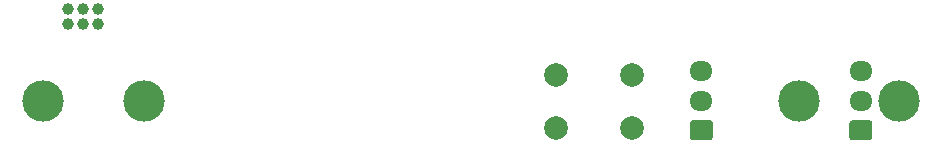
<source format=gbs>
G04 #@! TF.GenerationSoftware,KiCad,Pcbnew,(5.1.10)-1*
G04 #@! TF.CreationDate,2021-10-05T02:57:27+03:00*
G04 #@! TF.ProjectId,led_controller_stm8,6c65645f-636f-46e7-9472-6f6c6c65725f,rev?*
G04 #@! TF.SameCoordinates,Original*
G04 #@! TF.FileFunction,Soldermask,Bot*
G04 #@! TF.FilePolarity,Negative*
%FSLAX46Y46*%
G04 Gerber Fmt 4.6, Leading zero omitted, Abs format (unit mm)*
G04 Created by KiCad (PCBNEW (5.1.10)-1) date 2021-10-05 02:57:27*
%MOMM*%
%LPD*%
G01*
G04 APERTURE LIST*
%ADD10O,1.950000X1.700000*%
%ADD11C,3.500000*%
%ADD12C,2.000000*%
%ADD13C,1.000000*%
G04 APERTURE END LIST*
D10*
X183240000Y-62450000D03*
X183240000Y-64950000D03*
G36*
G01*
X183965000Y-68300000D02*
X182515000Y-68300000D01*
G75*
G02*
X182265000Y-68050000I0J250000D01*
G01*
X182265000Y-66850000D01*
G75*
G02*
X182515000Y-66600000I250000J0D01*
G01*
X183965000Y-66600000D01*
G75*
G02*
X184215000Y-66850000I0J-250000D01*
G01*
X184215000Y-68050000D01*
G75*
G02*
X183965000Y-68300000I-250000J0D01*
G01*
G37*
X196740000Y-62450000D03*
X196740000Y-64950000D03*
G36*
G01*
X197465000Y-68300000D02*
X196015000Y-68300000D01*
G75*
G02*
X195765000Y-68050000I0J250000D01*
G01*
X195765000Y-66850000D01*
G75*
G02*
X196015000Y-66600000I250000J0D01*
G01*
X197465000Y-66600000D01*
G75*
G02*
X197715000Y-66850000I0J-250000D01*
G01*
X197715000Y-68050000D01*
G75*
G02*
X197465000Y-68300000I-250000J0D01*
G01*
G37*
D11*
X191500000Y-65000000D03*
X136000000Y-65000000D03*
X200000000Y-65000000D03*
X127500000Y-65000000D03*
D12*
X170900000Y-67250000D03*
X170900000Y-62750000D03*
X177400000Y-67250000D03*
X177400000Y-62750000D03*
D13*
X132140000Y-57200000D03*
X132140000Y-58470000D03*
X130870000Y-57200000D03*
X130870000Y-58470000D03*
X129600000Y-57200000D03*
X129600000Y-58470000D03*
M02*

</source>
